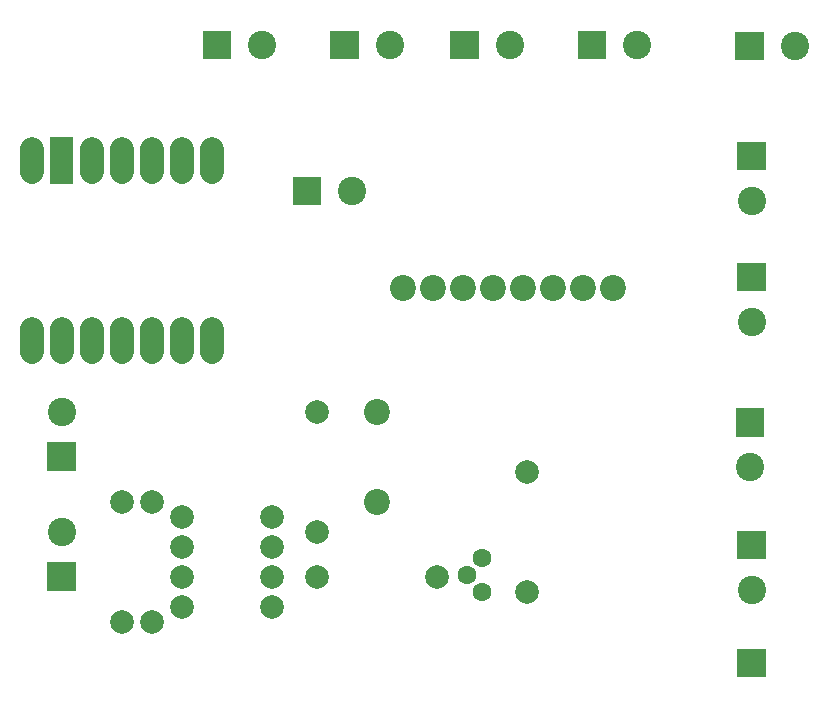
<source format=gbr>
%FSLAX34Y34*%
%MOMM*%
%LNSOLDERMASK_BOTTOM*%
G71*
G01*
%ADD10C,2.000*%
%ADD11C,2.200*%
%ADD12C,1.600*%
%ADD13C,2.200*%
%ADD14C,2.000*%
%ADD15C,2.400*%
%LPD*%
X-504825Y200025D02*
G54D10*
D03*
X-504825Y174625D02*
G54D10*
D03*
X-504825Y149225D02*
G54D10*
D03*
X-504825Y123825D02*
G54D10*
D03*
X-428625Y200025D02*
G54D10*
D03*
X-428625Y174625D02*
G54D10*
D03*
X-428625Y149225D02*
G54D10*
D03*
X-428625Y123825D02*
G54D10*
D03*
X-530225Y212725D02*
G54D10*
D03*
X-530225Y111125D02*
G54D10*
D03*
X-555625Y212725D02*
G54D10*
D03*
X-555625Y111125D02*
G54D10*
D03*
X-390525Y288925D02*
G54D10*
D03*
X-390525Y187325D02*
G54D10*
D03*
X-288925Y149225D02*
G54D10*
D03*
X-390525Y149225D02*
G54D10*
D03*
X-212725Y238125D02*
G54D10*
D03*
X-212725Y136525D02*
G54D10*
D03*
X-241300Y393700D02*
G54D11*
D03*
X-215900Y393700D02*
G54D11*
D03*
X-190500Y393700D02*
G54D11*
D03*
X-165100Y393700D02*
G54D11*
D03*
X-139700Y393700D02*
G54D11*
D03*
X-250825Y136525D02*
G54D12*
D03*
X-263525Y150525D02*
G54D12*
D03*
X-250825Y164525D02*
G54D12*
D03*
X-339725Y288925D02*
G54D13*
D03*
X-339725Y212725D02*
G54D13*
D03*
G54D14*
X-530225Y359098D02*
X-530225Y339098D01*
G54D14*
X-555625Y359098D02*
X-555625Y339098D01*
G54D14*
X-581025Y359098D02*
X-581025Y339098D01*
G54D14*
X-606425Y359098D02*
X-606425Y339098D01*
G54D14*
X-631825Y359098D02*
X-631825Y339098D01*
G54D14*
X-479425Y359098D02*
X-479425Y339098D01*
G54D14*
X-504825Y359098D02*
X-504825Y339098D01*
G54D14*
X-530225Y511498D02*
X-530225Y491498D01*
G54D14*
X-555625Y511498D02*
X-555625Y491498D01*
G54D14*
X-581025Y511498D02*
X-581025Y491498D01*
G54D14*
X-479425Y511498D02*
X-479425Y491498D01*
G54D14*
X-504825Y511498D02*
X-504825Y491498D01*
G36*
X-596425Y521498D02*
X-596425Y481498D01*
X-616425Y481498D01*
X-616425Y521498D01*
X-596425Y521498D01*
G37*
G54D14*
X-631825Y491498D02*
X-631825Y511498D01*
G36*
X-618425Y262825D02*
X-594425Y262825D01*
X-594425Y238825D01*
X-618425Y238825D01*
X-618425Y262825D01*
G37*
X-606425Y288925D02*
G54D15*
D03*
G36*
X-618425Y161225D02*
X-594425Y161225D01*
X-594425Y137225D01*
X-618425Y137225D01*
X-618425Y161225D01*
G37*
X-606425Y187325D02*
G54D15*
D03*
X-317500Y393700D02*
G54D11*
D03*
X-292100Y393700D02*
G54D11*
D03*
X-266700Y393700D02*
G54D11*
D03*
G36*
X-145272Y611432D02*
X-145272Y587432D01*
X-169272Y587432D01*
X-169272Y611432D01*
X-145272Y611432D01*
G37*
X-119172Y599432D02*
G54D15*
D03*
G36*
X-253222Y611432D02*
X-253222Y587432D01*
X-277222Y587432D01*
X-277222Y611432D01*
X-253222Y611432D01*
G37*
X-227122Y599432D02*
G54D15*
D03*
G36*
X-386572Y487607D02*
X-386572Y463607D01*
X-410572Y463607D01*
X-410572Y487607D01*
X-386572Y487607D01*
G37*
X-360472Y475607D02*
G54D15*
D03*
G36*
X-354822Y611432D02*
X-354822Y587432D01*
X-378822Y587432D01*
X-378822Y611432D01*
X-354822Y611432D01*
G37*
X-328722Y599432D02*
G54D15*
D03*
G36*
X-462772Y611432D02*
X-462772Y587432D01*
X-486772Y587432D01*
X-486772Y611432D01*
X-462772Y611432D01*
G37*
X-436672Y599432D02*
G54D15*
D03*
G36*
X-11766Y267656D02*
X-35766Y267656D01*
X-35766Y291656D01*
X-11766Y291656D01*
X-11766Y267656D01*
G37*
X-23766Y241556D02*
G54D15*
D03*
G36*
X-10179Y493080D02*
X-34179Y493080D01*
X-34179Y517080D01*
X-10179Y517080D01*
X-10179Y493080D01*
G37*
X-22179Y466980D02*
G54D15*
D03*
G36*
X-10179Y390692D02*
X-34179Y390692D01*
X-34179Y414692D01*
X-10179Y414692D01*
X-10179Y390692D01*
G37*
X-22179Y364592D02*
G54D15*
D03*
G36*
X-10179Y163680D02*
X-34179Y163680D01*
X-34179Y187680D01*
X-10179Y187680D01*
X-10179Y163680D01*
G37*
X-22179Y137580D02*
G54D15*
D03*
G36*
X-11922Y610644D02*
X-11922Y586644D01*
X-35922Y586644D01*
X-35922Y610644D01*
X-11922Y610644D01*
G37*
X14178Y598644D02*
G54D15*
D03*
G36*
X-34225Y88200D02*
X-10225Y88200D01*
X-10225Y64200D01*
X-34225Y64200D01*
X-34225Y88200D01*
G37*
M02*

</source>
